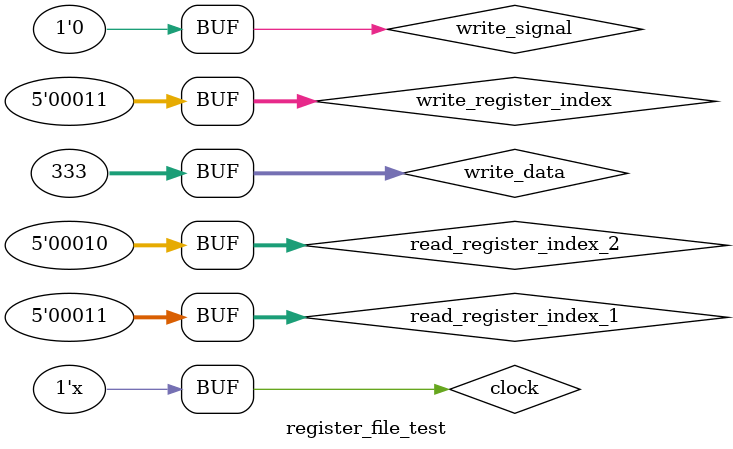
<source format=v>
`timescale 1ns / 1ps

module register_file_test;

	// Inputs
	reg [4:0] read_register_index_1;
	reg [4:0] read_register_index_2;
	reg [4:0] write_register_index;
	reg [31:0] write_data;
	reg write_signal;
	reg clock;

	// Outputs
	wire [31:0] read_data_1;
	wire [31:0] read_data_2;

	// Instantiate the Unit Under Test (UUT)
	register_file uut (
		.read_register_index_1(read_register_index_1), 
		.read_register_index_2(read_register_index_2), 
		.write_register_index(write_register_index), 
		.write_data(write_data), 
		.write_signal(write_signal), 
		.clock(clock), 
		.read_data_1(read_data_1), 
		.read_data_2(read_data_2)
	);

	initial
		begin
			clock = 0;
				
			read_register_index_1 = 1;
			read_register_index_2 = 2;
			write_register_index = 0;
			write_data = 333;
			write_signal = 1;
			#100
			read_register_index_1 = 1;
			read_register_index_2 = 2;
			write_register_index = 3;
			write_data = 333;
			write_signal = 0;
			#100
			read_register_index_1 = 1;
			read_register_index_2 = 2;
			write_register_index = 3;
			write_data = 333;
			write_signal = 1;
			#100
			read_register_index_1 = 3;
			read_register_index_2 = 2;
			write_register_index = 3;
			write_data = 333;
			write_signal = 0;
		end

	always #50 clock = ~clock;
      
endmodule

</source>
